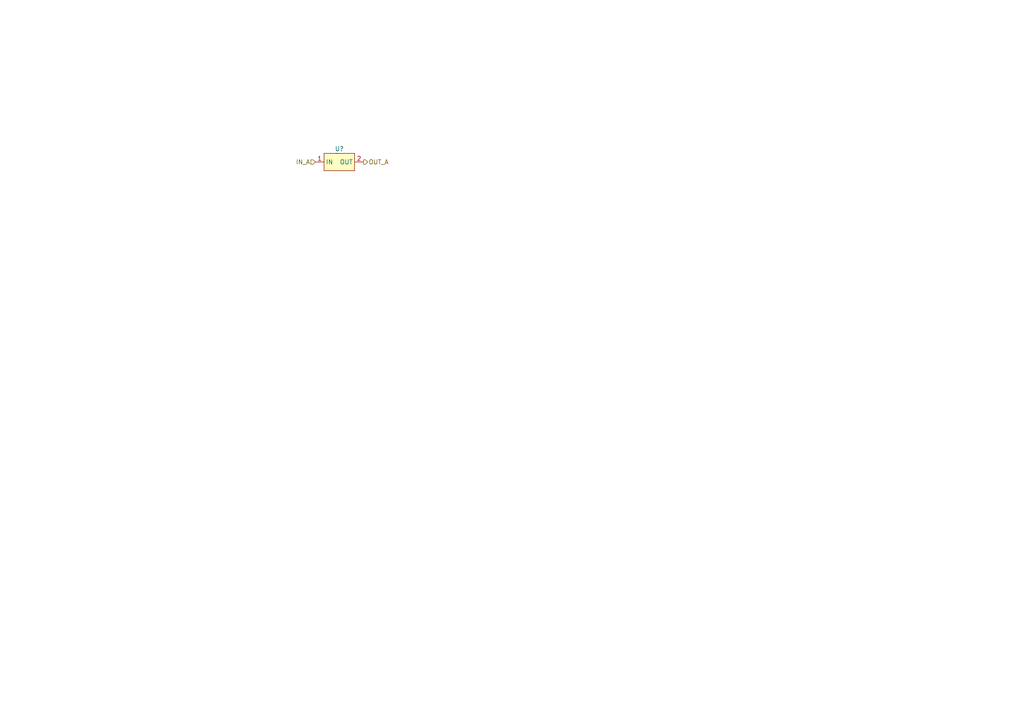
<source format=kicad_sch>
(kicad_sch (version 20221206) (generator eeschema)
  (paper "A4")
  (lib_symbols
    (symbol "Test-Library:TEST"
      (property "Reference" "U" (at 0 1.27 0))
      (symbol "TEST_0_1"
        (rectangle (start -3.81 0) (end 5.08 -5.08) (fill (type background)))
      )
      (symbol "TEST_1_1"
        (pin input line (at -6.35 -2.54 0) (length 2.54) (name "IN") (number "1"))
        (pin output line (at 7.62 -2.54 180) (length 2.54) (name "OUT") (number "2"))
      )
    )
  )
  (hierarchical_label "OUT_A" (shape output) (at 105.41 46.99 0))
  (hierarchical_label "IN_A" (shape input) (at 91.44 46.99 180))
  (symbol (lib_id "Test-Library:TEST") (at 97.79 44.45 0) (unit 1)
    (property "Reference" "U?" (at 98.425 43.18 0))
    (property "Value" "~" (at 97.79 44.45 0))
    (instances (project "issue10926_1" (path "" (reference "U?") (unit 1)) (path "" (reference "U3") (unit 1)) (path "" (reference "U2") (unit 1)) (path "" (reference "U1") (unit 1)) (path "" (reference "U4") (unit 1)) (path "" (reference "U5") (unit 1)) (path "" (reference "U6") (unit 1))))
  )
)
</source>
